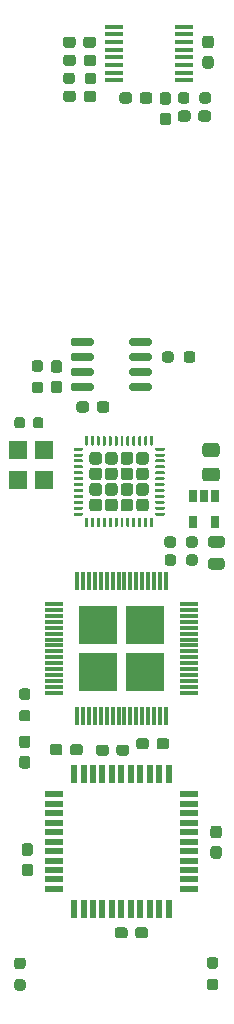
<source format=gtp>
G04 #@! TF.GenerationSoftware,KiCad,Pcbnew,(5.1.12)-1*
G04 #@! TF.CreationDate,2022-05-19T15:12:52-07:00*
G04 #@! TF.ProjectId,vera-module-rev4,76657261-2d6d-46f6-9475-6c652d726576,rev?*
G04 #@! TF.SameCoordinates,Original*
G04 #@! TF.FileFunction,Paste,Top*
G04 #@! TF.FilePolarity,Positive*
%FSLAX46Y46*%
G04 Gerber Fmt 4.6, Leading zero omitted, Abs format (unit mm)*
G04 Created by KiCad (PCBNEW (5.1.12)-1) date 2022-05-19 15:12:52*
%MOMM*%
%LPD*%
G01*
G04 APERTURE LIST*
%ADD10R,1.500000X0.450000*%
%ADD11R,3.200000X3.200000*%
%ADD12R,1.500000X0.300000*%
%ADD13R,0.300000X1.500000*%
%ADD14R,0.550000X1.500000*%
%ADD15R,1.500000X0.550000*%
%ADD16R,1.500000X1.600000*%
%ADD17R,0.650000X1.060000*%
G04 APERTURE END LIST*
D10*
X139671000Y-77116100D03*
X139671000Y-76466100D03*
X139671000Y-75816100D03*
X139671000Y-75166100D03*
X139671000Y-74516100D03*
X139671000Y-73866100D03*
X139671000Y-73216100D03*
X139671000Y-72566100D03*
X145571000Y-72566100D03*
X145571000Y-73216100D03*
X145571000Y-73866100D03*
X145571000Y-74516100D03*
X145571000Y-75166100D03*
X145571000Y-75816100D03*
X145571000Y-76466100D03*
X145571000Y-77116100D03*
G36*
G01*
X137205900Y-77199500D02*
X137205900Y-76724500D01*
G75*
G02*
X137443400Y-76487000I237500J0D01*
G01*
X137943400Y-76487000D01*
G75*
G02*
X138180900Y-76724500I0J-237500D01*
G01*
X138180900Y-77199500D01*
G75*
G02*
X137943400Y-77437000I-237500J0D01*
G01*
X137443400Y-77437000D01*
G75*
G02*
X137205900Y-77199500I0J237500D01*
G01*
G37*
G36*
G01*
X135380900Y-77199500D02*
X135380900Y-76724500D01*
G75*
G02*
X135618400Y-76487000I237500J0D01*
G01*
X136118400Y-76487000D01*
G75*
G02*
X136355900Y-76724500I0J-237500D01*
G01*
X136355900Y-77199500D01*
G75*
G02*
X136118400Y-77437000I-237500J0D01*
G01*
X135618400Y-77437000D01*
G75*
G02*
X135380900Y-77199500I0J237500D01*
G01*
G37*
G36*
G01*
X146058700Y-78375500D02*
X146058700Y-78850500D01*
G75*
G02*
X145821200Y-79088000I-237500J0D01*
G01*
X145321200Y-79088000D01*
G75*
G02*
X145083700Y-78850500I0J237500D01*
G01*
X145083700Y-78375500D01*
G75*
G02*
X145321200Y-78138000I237500J0D01*
G01*
X145821200Y-78138000D01*
G75*
G02*
X146058700Y-78375500I0J-237500D01*
G01*
G37*
G36*
G01*
X147883700Y-78375500D02*
X147883700Y-78850500D01*
G75*
G02*
X147646200Y-79088000I-237500J0D01*
G01*
X147146200Y-79088000D01*
G75*
G02*
X146908700Y-78850500I0J237500D01*
G01*
X146908700Y-78375500D01*
G75*
G02*
X147146200Y-78138000I237500J0D01*
G01*
X147646200Y-78138000D01*
G75*
G02*
X147883700Y-78375500I0J-237500D01*
G01*
G37*
G36*
G01*
X147400000Y-75063400D02*
X147875000Y-75063400D01*
G75*
G02*
X148112500Y-75300900I0J-237500D01*
G01*
X148112500Y-75900900D01*
G75*
G02*
X147875000Y-76138400I-237500J0D01*
G01*
X147400000Y-76138400D01*
G75*
G02*
X147162500Y-75900900I0J237500D01*
G01*
X147162500Y-75300900D01*
G75*
G02*
X147400000Y-75063400I237500J0D01*
G01*
G37*
G36*
G01*
X147400000Y-73338400D02*
X147875000Y-73338400D01*
G75*
G02*
X148112500Y-73575900I0J-237500D01*
G01*
X148112500Y-74175900D01*
G75*
G02*
X147875000Y-74413400I-237500J0D01*
G01*
X147400000Y-74413400D01*
G75*
G02*
X147162500Y-74175900I0J237500D01*
G01*
X147162500Y-73575900D01*
G75*
G02*
X147400000Y-73338400I237500J0D01*
G01*
G37*
G36*
G01*
X136455100Y-75200500D02*
X136455100Y-75675500D01*
G75*
G02*
X136217600Y-75913000I-237500J0D01*
G01*
X135617600Y-75913000D01*
G75*
G02*
X135380100Y-75675500I0J237500D01*
G01*
X135380100Y-75200500D01*
G75*
G02*
X135617600Y-74963000I237500J0D01*
G01*
X136217600Y-74963000D01*
G75*
G02*
X136455100Y-75200500I0J-237500D01*
G01*
G37*
G36*
G01*
X138180100Y-75200500D02*
X138180100Y-75675500D01*
G75*
G02*
X137942600Y-75913000I-237500J0D01*
G01*
X137342600Y-75913000D01*
G75*
G02*
X137105100Y-75675500I0J237500D01*
G01*
X137105100Y-75200500D01*
G75*
G02*
X137342600Y-74963000I237500J0D01*
G01*
X137942600Y-74963000D01*
G75*
G02*
X138180100Y-75200500I0J-237500D01*
G01*
G37*
G36*
G01*
X143793200Y-79853500D02*
X144268200Y-79853500D01*
G75*
G02*
X144505700Y-80091000I0J-237500D01*
G01*
X144505700Y-80691000D01*
G75*
G02*
X144268200Y-80928500I-237500J0D01*
G01*
X143793200Y-80928500D01*
G75*
G02*
X143555700Y-80691000I0J237500D01*
G01*
X143555700Y-80091000D01*
G75*
G02*
X143793200Y-79853500I237500J0D01*
G01*
G37*
G36*
G01*
X143793200Y-78128500D02*
X144268200Y-78128500D01*
G75*
G02*
X144505700Y-78366000I0J-237500D01*
G01*
X144505700Y-78966000D01*
G75*
G02*
X144268200Y-79203500I-237500J0D01*
G01*
X143793200Y-79203500D01*
G75*
G02*
X143555700Y-78966000I0J237500D01*
G01*
X143555700Y-78366000D01*
G75*
G02*
X143793200Y-78128500I237500J0D01*
G01*
G37*
G36*
G01*
X136429700Y-73663800D02*
X136429700Y-74138800D01*
G75*
G02*
X136192200Y-74376300I-237500J0D01*
G01*
X135592200Y-74376300D01*
G75*
G02*
X135354700Y-74138800I0J237500D01*
G01*
X135354700Y-73663800D01*
G75*
G02*
X135592200Y-73426300I237500J0D01*
G01*
X136192200Y-73426300D01*
G75*
G02*
X136429700Y-73663800I0J-237500D01*
G01*
G37*
G36*
G01*
X138154700Y-73663800D02*
X138154700Y-74138800D01*
G75*
G02*
X137917200Y-74376300I-237500J0D01*
G01*
X137317200Y-74376300D01*
G75*
G02*
X137079700Y-74138800I0J237500D01*
G01*
X137079700Y-73663800D01*
G75*
G02*
X137317200Y-73426300I237500J0D01*
G01*
X137917200Y-73426300D01*
G75*
G02*
X138154700Y-73663800I0J-237500D01*
G01*
G37*
G36*
G01*
X137105100Y-78723500D02*
X137105100Y-78248500D01*
G75*
G02*
X137342600Y-78011000I237500J0D01*
G01*
X137942600Y-78011000D01*
G75*
G02*
X138180100Y-78248500I0J-237500D01*
G01*
X138180100Y-78723500D01*
G75*
G02*
X137942600Y-78961000I-237500J0D01*
G01*
X137342600Y-78961000D01*
G75*
G02*
X137105100Y-78723500I0J237500D01*
G01*
G37*
G36*
G01*
X135380100Y-78723500D02*
X135380100Y-78248500D01*
G75*
G02*
X135617600Y-78011000I237500J0D01*
G01*
X136217600Y-78011000D01*
G75*
G02*
X136455100Y-78248500I0J-237500D01*
G01*
X136455100Y-78723500D01*
G75*
G02*
X136217600Y-78961000I-237500J0D01*
G01*
X135617600Y-78961000D01*
G75*
G02*
X135380100Y-78723500I0J237500D01*
G01*
G37*
G36*
G01*
X141204900Y-78375500D02*
X141204900Y-78850500D01*
G75*
G02*
X140967400Y-79088000I-237500J0D01*
G01*
X140367400Y-79088000D01*
G75*
G02*
X140129900Y-78850500I0J237500D01*
G01*
X140129900Y-78375500D01*
G75*
G02*
X140367400Y-78138000I237500J0D01*
G01*
X140967400Y-78138000D01*
G75*
G02*
X141204900Y-78375500I0J-237500D01*
G01*
G37*
G36*
G01*
X142929900Y-78375500D02*
X142929900Y-78850500D01*
G75*
G02*
X142692400Y-79088000I-237500J0D01*
G01*
X142092400Y-79088000D01*
G75*
G02*
X141854900Y-78850500I0J237500D01*
G01*
X141854900Y-78375500D01*
G75*
G02*
X142092400Y-78138000I237500J0D01*
G01*
X142692400Y-78138000D01*
G75*
G02*
X142929900Y-78375500I0J-237500D01*
G01*
G37*
G36*
G01*
X146156800Y-79912200D02*
X146156800Y-80387200D01*
G75*
G02*
X145919300Y-80624700I-237500J0D01*
G01*
X145319300Y-80624700D01*
G75*
G02*
X145081800Y-80387200I0J237500D01*
G01*
X145081800Y-79912200D01*
G75*
G02*
X145319300Y-79674700I237500J0D01*
G01*
X145919300Y-79674700D01*
G75*
G02*
X146156800Y-79912200I0J-237500D01*
G01*
G37*
G36*
G01*
X147881800Y-79912200D02*
X147881800Y-80387200D01*
G75*
G02*
X147644300Y-80624700I-237500J0D01*
G01*
X147044300Y-80624700D01*
G75*
G02*
X146806800Y-80387200I0J237500D01*
G01*
X146806800Y-79912200D01*
G75*
G02*
X147044300Y-79674700I237500J0D01*
G01*
X147644300Y-79674700D01*
G75*
G02*
X147881800Y-79912200I0J-237500D01*
G01*
G37*
G36*
G01*
X133435100Y-101795400D02*
X132960100Y-101795400D01*
G75*
G02*
X132722600Y-101557900I0J237500D01*
G01*
X132722600Y-101057900D01*
G75*
G02*
X132960100Y-100820400I237500J0D01*
G01*
X133435100Y-100820400D01*
G75*
G02*
X133672600Y-101057900I0J-237500D01*
G01*
X133672600Y-101557900D01*
G75*
G02*
X133435100Y-101795400I-237500J0D01*
G01*
G37*
G36*
G01*
X133435100Y-103620400D02*
X132960100Y-103620400D01*
G75*
G02*
X132722600Y-103382900I0J237500D01*
G01*
X132722600Y-102882900D01*
G75*
G02*
X132960100Y-102645400I237500J0D01*
G01*
X133435100Y-102645400D01*
G75*
G02*
X133672600Y-102882900I0J-237500D01*
G01*
X133672600Y-103382900D01*
G75*
G02*
X133435100Y-103620400I-237500J0D01*
G01*
G37*
G36*
G01*
X144734100Y-100308400D02*
X144734100Y-100783400D01*
G75*
G02*
X144496600Y-101020900I-237500J0D01*
G01*
X143996600Y-101020900D01*
G75*
G02*
X143759100Y-100783400I0J237500D01*
G01*
X143759100Y-100308400D01*
G75*
G02*
X143996600Y-100070900I237500J0D01*
G01*
X144496600Y-100070900D01*
G75*
G02*
X144734100Y-100308400I0J-237500D01*
G01*
G37*
G36*
G01*
X146559100Y-100308400D02*
X146559100Y-100783400D01*
G75*
G02*
X146321600Y-101020900I-237500J0D01*
G01*
X145821600Y-101020900D01*
G75*
G02*
X145584100Y-100783400I0J237500D01*
G01*
X145584100Y-100308400D01*
G75*
G02*
X145821600Y-100070900I237500J0D01*
G01*
X146321600Y-100070900D01*
G75*
G02*
X146559100Y-100308400I0J-237500D01*
G01*
G37*
G36*
G01*
X135048000Y-101898400D02*
X134573000Y-101898400D01*
G75*
G02*
X134335500Y-101660900I0J237500D01*
G01*
X134335500Y-101060900D01*
G75*
G02*
X134573000Y-100823400I237500J0D01*
G01*
X135048000Y-100823400D01*
G75*
G02*
X135285500Y-101060900I0J-237500D01*
G01*
X135285500Y-101660900D01*
G75*
G02*
X135048000Y-101898400I-237500J0D01*
G01*
G37*
G36*
G01*
X135048000Y-103623400D02*
X134573000Y-103623400D01*
G75*
G02*
X134335500Y-103385900I0J237500D01*
G01*
X134335500Y-102785900D01*
G75*
G02*
X134573000Y-102548400I237500J0D01*
G01*
X135048000Y-102548400D01*
G75*
G02*
X135285500Y-102785900I0J-237500D01*
G01*
X135285500Y-103385900D01*
G75*
G02*
X135048000Y-103623400I-237500J0D01*
G01*
G37*
G36*
G01*
X137571600Y-104537500D02*
X137571600Y-105012500D01*
G75*
G02*
X137334100Y-105250000I-237500J0D01*
G01*
X136734100Y-105250000D01*
G75*
G02*
X136496600Y-105012500I0J237500D01*
G01*
X136496600Y-104537500D01*
G75*
G02*
X136734100Y-104300000I237500J0D01*
G01*
X137334100Y-104300000D01*
G75*
G02*
X137571600Y-104537500I0J-237500D01*
G01*
G37*
G36*
G01*
X139296600Y-104537500D02*
X139296600Y-105012500D01*
G75*
G02*
X139059100Y-105250000I-237500J0D01*
G01*
X138459100Y-105250000D01*
G75*
G02*
X138221600Y-105012500I0J237500D01*
G01*
X138221600Y-104537500D01*
G75*
G02*
X138459100Y-104300000I237500J0D01*
G01*
X139059100Y-104300000D01*
G75*
G02*
X139296600Y-104537500I0J-237500D01*
G01*
G37*
G36*
G01*
X148366500Y-109011300D02*
X147416500Y-109011300D01*
G75*
G02*
X147166500Y-108761300I0J250000D01*
G01*
X147166500Y-108086300D01*
G75*
G02*
X147416500Y-107836300I250000J0D01*
G01*
X148366500Y-107836300D01*
G75*
G02*
X148616500Y-108086300I0J-250000D01*
G01*
X148616500Y-108761300D01*
G75*
G02*
X148366500Y-109011300I-250000J0D01*
G01*
G37*
G36*
G01*
X148366500Y-111086300D02*
X147416500Y-111086300D01*
G75*
G02*
X147166500Y-110836300I0J250000D01*
G01*
X147166500Y-110161300D01*
G75*
G02*
X147416500Y-109911300I250000J0D01*
G01*
X148366500Y-109911300D01*
G75*
G02*
X148616500Y-110161300I0J-250000D01*
G01*
X148616500Y-110836300D01*
G75*
G02*
X148366500Y-111086300I-250000J0D01*
G01*
G37*
G36*
G01*
X144941100Y-117504200D02*
X144941100Y-117979200D01*
G75*
G02*
X144703600Y-118216700I-237500J0D01*
G01*
X144203600Y-118216700D01*
G75*
G02*
X143966100Y-117979200I0J237500D01*
G01*
X143966100Y-117504200D01*
G75*
G02*
X144203600Y-117266700I237500J0D01*
G01*
X144703600Y-117266700D01*
G75*
G02*
X144941100Y-117504200I0J-237500D01*
G01*
G37*
G36*
G01*
X146766100Y-117504200D02*
X146766100Y-117979200D01*
G75*
G02*
X146528600Y-118216700I-237500J0D01*
G01*
X146028600Y-118216700D01*
G75*
G02*
X145791100Y-117979200I0J237500D01*
G01*
X145791100Y-117504200D01*
G75*
G02*
X146028600Y-117266700I237500J0D01*
G01*
X146528600Y-117266700D01*
G75*
G02*
X146766100Y-117504200I0J-237500D01*
G01*
G37*
G36*
G01*
X144928400Y-115980200D02*
X144928400Y-116455200D01*
G75*
G02*
X144690900Y-116692700I-237500J0D01*
G01*
X144190900Y-116692700D01*
G75*
G02*
X143953400Y-116455200I0J237500D01*
G01*
X143953400Y-115980200D01*
G75*
G02*
X144190900Y-115742700I237500J0D01*
G01*
X144690900Y-115742700D01*
G75*
G02*
X144928400Y-115980200I0J-237500D01*
G01*
G37*
G36*
G01*
X146753400Y-115980200D02*
X146753400Y-116455200D01*
G75*
G02*
X146515900Y-116692700I-237500J0D01*
G01*
X146015900Y-116692700D01*
G75*
G02*
X145778400Y-116455200I0J237500D01*
G01*
X145778400Y-115980200D01*
G75*
G02*
X146015900Y-115742700I237500J0D01*
G01*
X146515900Y-115742700D01*
G75*
G02*
X146753400Y-115980200I0J-237500D01*
G01*
G37*
G36*
G01*
X132355600Y-129583000D02*
X131880600Y-129583000D01*
G75*
G02*
X131643100Y-129345500I0J237500D01*
G01*
X131643100Y-128845500D01*
G75*
G02*
X131880600Y-128608000I237500J0D01*
G01*
X132355600Y-128608000D01*
G75*
G02*
X132593100Y-128845500I0J-237500D01*
G01*
X132593100Y-129345500D01*
G75*
G02*
X132355600Y-129583000I-237500J0D01*
G01*
G37*
G36*
G01*
X132355600Y-131408000D02*
X131880600Y-131408000D01*
G75*
G02*
X131643100Y-131170500I0J237500D01*
G01*
X131643100Y-130670500D01*
G75*
G02*
X131880600Y-130433000I237500J0D01*
G01*
X132355600Y-130433000D01*
G75*
G02*
X132593100Y-130670500I0J-237500D01*
G01*
X132593100Y-131170500D01*
G75*
G02*
X132355600Y-131408000I-237500J0D01*
G01*
G37*
D11*
X142309600Y-127222000D03*
X142309600Y-123222000D03*
X138309600Y-123222000D03*
X138309600Y-127222000D03*
D12*
X134609600Y-128972000D03*
X134609600Y-128472000D03*
X134609600Y-127972000D03*
X134609600Y-127472000D03*
X134609600Y-126972000D03*
X134609600Y-126472000D03*
X134609600Y-125972000D03*
X134609600Y-125472000D03*
X134609600Y-124972000D03*
X134609600Y-124472000D03*
X134609600Y-123972000D03*
X134609600Y-123472000D03*
X134609600Y-122972000D03*
X134609600Y-122472000D03*
X134609600Y-121972000D03*
X134609600Y-121472000D03*
D13*
X136559600Y-119522000D03*
X137059600Y-119522000D03*
X137559600Y-119522000D03*
X138059600Y-119522000D03*
X138559600Y-119522000D03*
X139059600Y-119522000D03*
X139559600Y-119522000D03*
X140059600Y-119522000D03*
X140559600Y-119522000D03*
X141059600Y-119522000D03*
X141559600Y-119522000D03*
X142059600Y-119522000D03*
X142559600Y-119522000D03*
X143059600Y-119522000D03*
X143559600Y-119522000D03*
X144059600Y-119522000D03*
D12*
X146009600Y-121472000D03*
X146009600Y-121972000D03*
X146009600Y-122472000D03*
X146009600Y-122972000D03*
X146009600Y-123472000D03*
X146009600Y-123972000D03*
X146009600Y-124472000D03*
X146009600Y-124972000D03*
X146009600Y-125472000D03*
X146009600Y-125972000D03*
X146009600Y-126472000D03*
X146009600Y-126972000D03*
X146009600Y-127472000D03*
X146009600Y-127972000D03*
X146009600Y-128472000D03*
X146009600Y-128972000D03*
D13*
X144059600Y-130922000D03*
X143559600Y-130922000D03*
X143059600Y-130922000D03*
X142559600Y-130922000D03*
X142059600Y-130922000D03*
X141559600Y-130922000D03*
X141059600Y-130922000D03*
X140559600Y-130922000D03*
X140059600Y-130922000D03*
X139559600Y-130922000D03*
X139059600Y-130922000D03*
X138559600Y-130922000D03*
X138059600Y-130922000D03*
X137559600Y-130922000D03*
X137059600Y-130922000D03*
X136559600Y-130922000D03*
G36*
G01*
X148256000Y-152328700D02*
X147781000Y-152328700D01*
G75*
G02*
X147543500Y-152091200I0J237500D01*
G01*
X147543500Y-151591200D01*
G75*
G02*
X147781000Y-151353700I237500J0D01*
G01*
X148256000Y-151353700D01*
G75*
G02*
X148493500Y-151591200I0J-237500D01*
G01*
X148493500Y-152091200D01*
G75*
G02*
X148256000Y-152328700I-237500J0D01*
G01*
G37*
G36*
G01*
X148256000Y-154153700D02*
X147781000Y-154153700D01*
G75*
G02*
X147543500Y-153916200I0J237500D01*
G01*
X147543500Y-153416200D01*
G75*
G02*
X147781000Y-153178700I237500J0D01*
G01*
X148256000Y-153178700D01*
G75*
G02*
X148493500Y-153416200I0J-237500D01*
G01*
X148493500Y-153916200D01*
G75*
G02*
X148256000Y-154153700I-237500J0D01*
G01*
G37*
G36*
G01*
X131949200Y-152379500D02*
X131474200Y-152379500D01*
G75*
G02*
X131236700Y-152142000I0J237500D01*
G01*
X131236700Y-151642000D01*
G75*
G02*
X131474200Y-151404500I237500J0D01*
G01*
X131949200Y-151404500D01*
G75*
G02*
X132186700Y-151642000I0J-237500D01*
G01*
X132186700Y-152142000D01*
G75*
G02*
X131949200Y-152379500I-237500J0D01*
G01*
G37*
G36*
G01*
X131949200Y-154204500D02*
X131474200Y-154204500D01*
G75*
G02*
X131236700Y-153967000I0J237500D01*
G01*
X131236700Y-153467000D01*
G75*
G02*
X131474200Y-153229500I237500J0D01*
G01*
X131949200Y-153229500D01*
G75*
G02*
X132186700Y-153467000I0J-237500D01*
G01*
X132186700Y-153967000D01*
G75*
G02*
X131949200Y-154204500I-237500J0D01*
G01*
G37*
G36*
G01*
X148085800Y-141956500D02*
X148560800Y-141956500D01*
G75*
G02*
X148798300Y-142194000I0J-237500D01*
G01*
X148798300Y-142794000D01*
G75*
G02*
X148560800Y-143031500I-237500J0D01*
G01*
X148085800Y-143031500D01*
G75*
G02*
X147848300Y-142794000I0J237500D01*
G01*
X147848300Y-142194000D01*
G75*
G02*
X148085800Y-141956500I237500J0D01*
G01*
G37*
G36*
G01*
X148085800Y-140231500D02*
X148560800Y-140231500D01*
G75*
G02*
X148798300Y-140469000I0J-237500D01*
G01*
X148798300Y-141069000D01*
G75*
G02*
X148560800Y-141306500I-237500J0D01*
G01*
X148085800Y-141306500D01*
G75*
G02*
X147848300Y-141069000I0J237500D01*
G01*
X147848300Y-140469000D01*
G75*
G02*
X148085800Y-140231500I237500J0D01*
G01*
G37*
G36*
G01*
X139884200Y-134070100D02*
X139884200Y-133595100D01*
G75*
G02*
X140121700Y-133357600I237500J0D01*
G01*
X140721700Y-133357600D01*
G75*
G02*
X140959200Y-133595100I0J-237500D01*
G01*
X140959200Y-134070100D01*
G75*
G02*
X140721700Y-134307600I-237500J0D01*
G01*
X140121700Y-134307600D01*
G75*
G02*
X139884200Y-134070100I0J237500D01*
G01*
G37*
G36*
G01*
X138159200Y-134070100D02*
X138159200Y-133595100D01*
G75*
G02*
X138396700Y-133357600I237500J0D01*
G01*
X138996700Y-133357600D01*
G75*
G02*
X139234200Y-133595100I0J-237500D01*
G01*
X139234200Y-134070100D01*
G75*
G02*
X138996700Y-134307600I-237500J0D01*
G01*
X138396700Y-134307600D01*
G75*
G02*
X138159200Y-134070100I0J237500D01*
G01*
G37*
G36*
G01*
X132584200Y-142792400D02*
X132109200Y-142792400D01*
G75*
G02*
X131871700Y-142554900I0J237500D01*
G01*
X131871700Y-141954900D01*
G75*
G02*
X132109200Y-141717400I237500J0D01*
G01*
X132584200Y-141717400D01*
G75*
G02*
X132821700Y-141954900I0J-237500D01*
G01*
X132821700Y-142554900D01*
G75*
G02*
X132584200Y-142792400I-237500J0D01*
G01*
G37*
G36*
G01*
X132584200Y-144517400D02*
X132109200Y-144517400D01*
G75*
G02*
X131871700Y-144279900I0J237500D01*
G01*
X131871700Y-143679900D01*
G75*
G02*
X132109200Y-143442400I237500J0D01*
G01*
X132584200Y-143442400D01*
G75*
G02*
X132821700Y-143679900I0J-237500D01*
G01*
X132821700Y-144279900D01*
G75*
G02*
X132584200Y-144517400I-237500J0D01*
G01*
G37*
G36*
G01*
X141473900Y-149538700D02*
X141473900Y-149063700D01*
G75*
G02*
X141711400Y-148826200I237500J0D01*
G01*
X142311400Y-148826200D01*
G75*
G02*
X142548900Y-149063700I0J-237500D01*
G01*
X142548900Y-149538700D01*
G75*
G02*
X142311400Y-149776200I-237500J0D01*
G01*
X141711400Y-149776200D01*
G75*
G02*
X141473900Y-149538700I0J237500D01*
G01*
G37*
G36*
G01*
X139748900Y-149538700D02*
X139748900Y-149063700D01*
G75*
G02*
X139986400Y-148826200I237500J0D01*
G01*
X140586400Y-148826200D01*
G75*
G02*
X140823900Y-149063700I0J-237500D01*
G01*
X140823900Y-149538700D01*
G75*
G02*
X140586400Y-149776200I-237500J0D01*
G01*
X139986400Y-149776200D01*
G75*
G02*
X139748900Y-149538700I0J237500D01*
G01*
G37*
G36*
G01*
X143277300Y-133524000D02*
X143277300Y-133049000D01*
G75*
G02*
X143514800Y-132811500I237500J0D01*
G01*
X144114800Y-132811500D01*
G75*
G02*
X144352300Y-133049000I0J-237500D01*
G01*
X144352300Y-133524000D01*
G75*
G02*
X144114800Y-133761500I-237500J0D01*
G01*
X143514800Y-133761500D01*
G75*
G02*
X143277300Y-133524000I0J237500D01*
G01*
G37*
G36*
G01*
X141552300Y-133524000D02*
X141552300Y-133049000D01*
G75*
G02*
X141789800Y-132811500I237500J0D01*
G01*
X142389800Y-132811500D01*
G75*
G02*
X142627300Y-133049000I0J-237500D01*
G01*
X142627300Y-133524000D01*
G75*
G02*
X142389800Y-133761500I-237500J0D01*
G01*
X141789800Y-133761500D01*
G75*
G02*
X141552300Y-133524000I0J237500D01*
G01*
G37*
G36*
G01*
X135309900Y-133557000D02*
X135309900Y-134032000D01*
G75*
G02*
X135072400Y-134269500I-237500J0D01*
G01*
X134472400Y-134269500D01*
G75*
G02*
X134234900Y-134032000I0J237500D01*
G01*
X134234900Y-133557000D01*
G75*
G02*
X134472400Y-133319500I237500J0D01*
G01*
X135072400Y-133319500D01*
G75*
G02*
X135309900Y-133557000I0J-237500D01*
G01*
G37*
G36*
G01*
X137034900Y-133557000D02*
X137034900Y-134032000D01*
G75*
G02*
X136797400Y-134269500I-237500J0D01*
G01*
X136197400Y-134269500D01*
G75*
G02*
X135959900Y-134032000I0J237500D01*
G01*
X135959900Y-133557000D01*
G75*
G02*
X136197400Y-133319500I237500J0D01*
G01*
X136797400Y-133319500D01*
G75*
G02*
X137034900Y-133557000I0J-237500D01*
G01*
G37*
G36*
G01*
X131880600Y-134321600D02*
X132355600Y-134321600D01*
G75*
G02*
X132593100Y-134559100I0J-237500D01*
G01*
X132593100Y-135159100D01*
G75*
G02*
X132355600Y-135396600I-237500J0D01*
G01*
X131880600Y-135396600D01*
G75*
G02*
X131643100Y-135159100I0J237500D01*
G01*
X131643100Y-134559100D01*
G75*
G02*
X131880600Y-134321600I237500J0D01*
G01*
G37*
G36*
G01*
X131880600Y-132596600D02*
X132355600Y-132596600D01*
G75*
G02*
X132593100Y-132834100I0J-237500D01*
G01*
X132593100Y-133434100D01*
G75*
G02*
X132355600Y-133671600I-237500J0D01*
G01*
X131880600Y-133671600D01*
G75*
G02*
X131643100Y-133434100I0J237500D01*
G01*
X131643100Y-132834100D01*
G75*
G02*
X131880600Y-132596600I237500J0D01*
G01*
G37*
D14*
X136296900Y-135879600D03*
X137096900Y-135879600D03*
X137896900Y-135879600D03*
X138696900Y-135879600D03*
X139496900Y-135879600D03*
X140296900Y-135879600D03*
X141096900Y-135879600D03*
X141896900Y-135879600D03*
X142696900Y-135879600D03*
X143496900Y-135879600D03*
X144296900Y-135879600D03*
D15*
X145996900Y-137579600D03*
X145996900Y-138379600D03*
X145996900Y-139179600D03*
X145996900Y-139979600D03*
X145996900Y-140779600D03*
X145996900Y-141579600D03*
X145996900Y-142379600D03*
X145996900Y-143179600D03*
X145996900Y-143979600D03*
X145996900Y-144779600D03*
X145996900Y-145579600D03*
D14*
X144296900Y-147279600D03*
X143496900Y-147279600D03*
X142696900Y-147279600D03*
X141896900Y-147279600D03*
X141096900Y-147279600D03*
X140296900Y-147279600D03*
X139496900Y-147279600D03*
X138696900Y-147279600D03*
X137896900Y-147279600D03*
X137096900Y-147279600D03*
X136296900Y-147279600D03*
D15*
X134596900Y-145579600D03*
X134596900Y-144779600D03*
X134596900Y-143979600D03*
X134596900Y-143179600D03*
X134596900Y-142379600D03*
X134596900Y-141579600D03*
X134596900Y-140779600D03*
X134596900Y-139979600D03*
X134596900Y-139179600D03*
X134596900Y-138379600D03*
X134596900Y-137579600D03*
G36*
G01*
X132123600Y-105864950D02*
X132123600Y-106377450D01*
G75*
G02*
X131904850Y-106596200I-218750J0D01*
G01*
X131467350Y-106596200D01*
G75*
G02*
X131248600Y-106377450I0J218750D01*
G01*
X131248600Y-105864950D01*
G75*
G02*
X131467350Y-105646200I218750J0D01*
G01*
X131904850Y-105646200D01*
G75*
G02*
X132123600Y-105864950I0J-218750D01*
G01*
G37*
G36*
G01*
X133698600Y-105864950D02*
X133698600Y-106377450D01*
G75*
G02*
X133479850Y-106596200I-218750J0D01*
G01*
X133042350Y-106596200D01*
G75*
G02*
X132823600Y-106377450I0J218750D01*
G01*
X132823600Y-105864950D01*
G75*
G02*
X133042350Y-105646200I218750J0D01*
G01*
X133479850Y-105646200D01*
G75*
G02*
X133698600Y-105864950I0J-218750D01*
G01*
G37*
D16*
X133718300Y-108445300D03*
X133718300Y-110985300D03*
X131518300Y-110985300D03*
X131518300Y-108445300D03*
D17*
X148270000Y-114511000D03*
X146370000Y-114511000D03*
X146370000Y-112311000D03*
X147320000Y-112311000D03*
X148270000Y-112311000D03*
G36*
G01*
X137958700Y-102935900D02*
X137958700Y-103235900D01*
G75*
G02*
X137808700Y-103385900I-150000J0D01*
G01*
X136158700Y-103385900D01*
G75*
G02*
X136008700Y-103235900I0J150000D01*
G01*
X136008700Y-102935900D01*
G75*
G02*
X136158700Y-102785900I150000J0D01*
G01*
X137808700Y-102785900D01*
G75*
G02*
X137958700Y-102935900I0J-150000D01*
G01*
G37*
G36*
G01*
X137958700Y-101665900D02*
X137958700Y-101965900D01*
G75*
G02*
X137808700Y-102115900I-150000J0D01*
G01*
X136158700Y-102115900D01*
G75*
G02*
X136008700Y-101965900I0J150000D01*
G01*
X136008700Y-101665900D01*
G75*
G02*
X136158700Y-101515900I150000J0D01*
G01*
X137808700Y-101515900D01*
G75*
G02*
X137958700Y-101665900I0J-150000D01*
G01*
G37*
G36*
G01*
X137958700Y-100395900D02*
X137958700Y-100695900D01*
G75*
G02*
X137808700Y-100845900I-150000J0D01*
G01*
X136158700Y-100845900D01*
G75*
G02*
X136008700Y-100695900I0J150000D01*
G01*
X136008700Y-100395900D01*
G75*
G02*
X136158700Y-100245900I150000J0D01*
G01*
X137808700Y-100245900D01*
G75*
G02*
X137958700Y-100395900I0J-150000D01*
G01*
G37*
G36*
G01*
X137958700Y-99125900D02*
X137958700Y-99425900D01*
G75*
G02*
X137808700Y-99575900I-150000J0D01*
G01*
X136158700Y-99575900D01*
G75*
G02*
X136008700Y-99425900I0J150000D01*
G01*
X136008700Y-99125900D01*
G75*
G02*
X136158700Y-98975900I150000J0D01*
G01*
X137808700Y-98975900D01*
G75*
G02*
X137958700Y-99125900I0J-150000D01*
G01*
G37*
G36*
G01*
X142908700Y-99125900D02*
X142908700Y-99425900D01*
G75*
G02*
X142758700Y-99575900I-150000J0D01*
G01*
X141108700Y-99575900D01*
G75*
G02*
X140958700Y-99425900I0J150000D01*
G01*
X140958700Y-99125900D01*
G75*
G02*
X141108700Y-98975900I150000J0D01*
G01*
X142758700Y-98975900D01*
G75*
G02*
X142908700Y-99125900I0J-150000D01*
G01*
G37*
G36*
G01*
X142908700Y-100395900D02*
X142908700Y-100695900D01*
G75*
G02*
X142758700Y-100845900I-150000J0D01*
G01*
X141108700Y-100845900D01*
G75*
G02*
X140958700Y-100695900I0J150000D01*
G01*
X140958700Y-100395900D01*
G75*
G02*
X141108700Y-100245900I150000J0D01*
G01*
X142758700Y-100245900D01*
G75*
G02*
X142908700Y-100395900I0J-150000D01*
G01*
G37*
G36*
G01*
X142908700Y-101665900D02*
X142908700Y-101965900D01*
G75*
G02*
X142758700Y-102115900I-150000J0D01*
G01*
X141108700Y-102115900D01*
G75*
G02*
X140958700Y-101965900I0J150000D01*
G01*
X140958700Y-101665900D01*
G75*
G02*
X141108700Y-101515900I150000J0D01*
G01*
X142758700Y-101515900D01*
G75*
G02*
X142908700Y-101665900I0J-150000D01*
G01*
G37*
G36*
G01*
X142908700Y-102935900D02*
X142908700Y-103235900D01*
G75*
G02*
X142758700Y-103385900I-150000J0D01*
G01*
X141108700Y-103385900D01*
G75*
G02*
X140958700Y-103235900I0J150000D01*
G01*
X140958700Y-102935900D01*
G75*
G02*
X141108700Y-102785900I150000J0D01*
G01*
X142758700Y-102785900D01*
G75*
G02*
X142908700Y-102935900I0J-150000D01*
G01*
G37*
G36*
G01*
X136993900Y-113974600D02*
X136318900Y-113974600D01*
G75*
G02*
X136256400Y-113912100I0J62500D01*
G01*
X136256400Y-113787100D01*
G75*
G02*
X136318900Y-113724600I62500J0D01*
G01*
X136993900Y-113724600D01*
G75*
G02*
X137056400Y-113787100I0J-62500D01*
G01*
X137056400Y-113912100D01*
G75*
G02*
X136993900Y-113974600I-62500J0D01*
G01*
G37*
G36*
G01*
X136993900Y-113474600D02*
X136318900Y-113474600D01*
G75*
G02*
X136256400Y-113412100I0J62500D01*
G01*
X136256400Y-113287100D01*
G75*
G02*
X136318900Y-113224600I62500J0D01*
G01*
X136993900Y-113224600D01*
G75*
G02*
X137056400Y-113287100I0J-62500D01*
G01*
X137056400Y-113412100D01*
G75*
G02*
X136993900Y-113474600I-62500J0D01*
G01*
G37*
G36*
G01*
X136993900Y-112974600D02*
X136318900Y-112974600D01*
G75*
G02*
X136256400Y-112912100I0J62500D01*
G01*
X136256400Y-112787100D01*
G75*
G02*
X136318900Y-112724600I62500J0D01*
G01*
X136993900Y-112724600D01*
G75*
G02*
X137056400Y-112787100I0J-62500D01*
G01*
X137056400Y-112912100D01*
G75*
G02*
X136993900Y-112974600I-62500J0D01*
G01*
G37*
G36*
G01*
X136993900Y-112474600D02*
X136318900Y-112474600D01*
G75*
G02*
X136256400Y-112412100I0J62500D01*
G01*
X136256400Y-112287100D01*
G75*
G02*
X136318900Y-112224600I62500J0D01*
G01*
X136993900Y-112224600D01*
G75*
G02*
X137056400Y-112287100I0J-62500D01*
G01*
X137056400Y-112412100D01*
G75*
G02*
X136993900Y-112474600I-62500J0D01*
G01*
G37*
G36*
G01*
X136993900Y-111974600D02*
X136318900Y-111974600D01*
G75*
G02*
X136256400Y-111912100I0J62500D01*
G01*
X136256400Y-111787100D01*
G75*
G02*
X136318900Y-111724600I62500J0D01*
G01*
X136993900Y-111724600D01*
G75*
G02*
X137056400Y-111787100I0J-62500D01*
G01*
X137056400Y-111912100D01*
G75*
G02*
X136993900Y-111974600I-62500J0D01*
G01*
G37*
G36*
G01*
X136993900Y-111474600D02*
X136318900Y-111474600D01*
G75*
G02*
X136256400Y-111412100I0J62500D01*
G01*
X136256400Y-111287100D01*
G75*
G02*
X136318900Y-111224600I62500J0D01*
G01*
X136993900Y-111224600D01*
G75*
G02*
X137056400Y-111287100I0J-62500D01*
G01*
X137056400Y-111412100D01*
G75*
G02*
X136993900Y-111474600I-62500J0D01*
G01*
G37*
G36*
G01*
X136993900Y-110974600D02*
X136318900Y-110974600D01*
G75*
G02*
X136256400Y-110912100I0J62500D01*
G01*
X136256400Y-110787100D01*
G75*
G02*
X136318900Y-110724600I62500J0D01*
G01*
X136993900Y-110724600D01*
G75*
G02*
X137056400Y-110787100I0J-62500D01*
G01*
X137056400Y-110912100D01*
G75*
G02*
X136993900Y-110974600I-62500J0D01*
G01*
G37*
G36*
G01*
X136993900Y-110474600D02*
X136318900Y-110474600D01*
G75*
G02*
X136256400Y-110412100I0J62500D01*
G01*
X136256400Y-110287100D01*
G75*
G02*
X136318900Y-110224600I62500J0D01*
G01*
X136993900Y-110224600D01*
G75*
G02*
X137056400Y-110287100I0J-62500D01*
G01*
X137056400Y-110412100D01*
G75*
G02*
X136993900Y-110474600I-62500J0D01*
G01*
G37*
G36*
G01*
X136993900Y-109974600D02*
X136318900Y-109974600D01*
G75*
G02*
X136256400Y-109912100I0J62500D01*
G01*
X136256400Y-109787100D01*
G75*
G02*
X136318900Y-109724600I62500J0D01*
G01*
X136993900Y-109724600D01*
G75*
G02*
X137056400Y-109787100I0J-62500D01*
G01*
X137056400Y-109912100D01*
G75*
G02*
X136993900Y-109974600I-62500J0D01*
G01*
G37*
G36*
G01*
X136993900Y-109474600D02*
X136318900Y-109474600D01*
G75*
G02*
X136256400Y-109412100I0J62500D01*
G01*
X136256400Y-109287100D01*
G75*
G02*
X136318900Y-109224600I62500J0D01*
G01*
X136993900Y-109224600D01*
G75*
G02*
X137056400Y-109287100I0J-62500D01*
G01*
X137056400Y-109412100D01*
G75*
G02*
X136993900Y-109474600I-62500J0D01*
G01*
G37*
G36*
G01*
X136993900Y-108974600D02*
X136318900Y-108974600D01*
G75*
G02*
X136256400Y-108912100I0J62500D01*
G01*
X136256400Y-108787100D01*
G75*
G02*
X136318900Y-108724600I62500J0D01*
G01*
X136993900Y-108724600D01*
G75*
G02*
X137056400Y-108787100I0J-62500D01*
G01*
X137056400Y-108912100D01*
G75*
G02*
X136993900Y-108974600I-62500J0D01*
G01*
G37*
G36*
G01*
X136993900Y-108474600D02*
X136318900Y-108474600D01*
G75*
G02*
X136256400Y-108412100I0J62500D01*
G01*
X136256400Y-108287100D01*
G75*
G02*
X136318900Y-108224600I62500J0D01*
G01*
X136993900Y-108224600D01*
G75*
G02*
X137056400Y-108287100I0J-62500D01*
G01*
X137056400Y-108412100D01*
G75*
G02*
X136993900Y-108474600I-62500J0D01*
G01*
G37*
G36*
G01*
X137418900Y-108049600D02*
X137293900Y-108049600D01*
G75*
G02*
X137231400Y-107987100I0J62500D01*
G01*
X137231400Y-107312100D01*
G75*
G02*
X137293900Y-107249600I62500J0D01*
G01*
X137418900Y-107249600D01*
G75*
G02*
X137481400Y-107312100I0J-62500D01*
G01*
X137481400Y-107987100D01*
G75*
G02*
X137418900Y-108049600I-62500J0D01*
G01*
G37*
G36*
G01*
X137918900Y-108049600D02*
X137793900Y-108049600D01*
G75*
G02*
X137731400Y-107987100I0J62500D01*
G01*
X137731400Y-107312100D01*
G75*
G02*
X137793900Y-107249600I62500J0D01*
G01*
X137918900Y-107249600D01*
G75*
G02*
X137981400Y-107312100I0J-62500D01*
G01*
X137981400Y-107987100D01*
G75*
G02*
X137918900Y-108049600I-62500J0D01*
G01*
G37*
G36*
G01*
X138418900Y-108049600D02*
X138293900Y-108049600D01*
G75*
G02*
X138231400Y-107987100I0J62500D01*
G01*
X138231400Y-107312100D01*
G75*
G02*
X138293900Y-107249600I62500J0D01*
G01*
X138418900Y-107249600D01*
G75*
G02*
X138481400Y-107312100I0J-62500D01*
G01*
X138481400Y-107987100D01*
G75*
G02*
X138418900Y-108049600I-62500J0D01*
G01*
G37*
G36*
G01*
X138918900Y-108049600D02*
X138793900Y-108049600D01*
G75*
G02*
X138731400Y-107987100I0J62500D01*
G01*
X138731400Y-107312100D01*
G75*
G02*
X138793900Y-107249600I62500J0D01*
G01*
X138918900Y-107249600D01*
G75*
G02*
X138981400Y-107312100I0J-62500D01*
G01*
X138981400Y-107987100D01*
G75*
G02*
X138918900Y-108049600I-62500J0D01*
G01*
G37*
G36*
G01*
X139418900Y-108049600D02*
X139293900Y-108049600D01*
G75*
G02*
X139231400Y-107987100I0J62500D01*
G01*
X139231400Y-107312100D01*
G75*
G02*
X139293900Y-107249600I62500J0D01*
G01*
X139418900Y-107249600D01*
G75*
G02*
X139481400Y-107312100I0J-62500D01*
G01*
X139481400Y-107987100D01*
G75*
G02*
X139418900Y-108049600I-62500J0D01*
G01*
G37*
G36*
G01*
X139918900Y-108049600D02*
X139793900Y-108049600D01*
G75*
G02*
X139731400Y-107987100I0J62500D01*
G01*
X139731400Y-107312100D01*
G75*
G02*
X139793900Y-107249600I62500J0D01*
G01*
X139918900Y-107249600D01*
G75*
G02*
X139981400Y-107312100I0J-62500D01*
G01*
X139981400Y-107987100D01*
G75*
G02*
X139918900Y-108049600I-62500J0D01*
G01*
G37*
G36*
G01*
X140418900Y-108049600D02*
X140293900Y-108049600D01*
G75*
G02*
X140231400Y-107987100I0J62500D01*
G01*
X140231400Y-107312100D01*
G75*
G02*
X140293900Y-107249600I62500J0D01*
G01*
X140418900Y-107249600D01*
G75*
G02*
X140481400Y-107312100I0J-62500D01*
G01*
X140481400Y-107987100D01*
G75*
G02*
X140418900Y-108049600I-62500J0D01*
G01*
G37*
G36*
G01*
X140918900Y-108049600D02*
X140793900Y-108049600D01*
G75*
G02*
X140731400Y-107987100I0J62500D01*
G01*
X140731400Y-107312100D01*
G75*
G02*
X140793900Y-107249600I62500J0D01*
G01*
X140918900Y-107249600D01*
G75*
G02*
X140981400Y-107312100I0J-62500D01*
G01*
X140981400Y-107987100D01*
G75*
G02*
X140918900Y-108049600I-62500J0D01*
G01*
G37*
G36*
G01*
X141418900Y-108049600D02*
X141293900Y-108049600D01*
G75*
G02*
X141231400Y-107987100I0J62500D01*
G01*
X141231400Y-107312100D01*
G75*
G02*
X141293900Y-107249600I62500J0D01*
G01*
X141418900Y-107249600D01*
G75*
G02*
X141481400Y-107312100I0J-62500D01*
G01*
X141481400Y-107987100D01*
G75*
G02*
X141418900Y-108049600I-62500J0D01*
G01*
G37*
G36*
G01*
X141918900Y-108049600D02*
X141793900Y-108049600D01*
G75*
G02*
X141731400Y-107987100I0J62500D01*
G01*
X141731400Y-107312100D01*
G75*
G02*
X141793900Y-107249600I62500J0D01*
G01*
X141918900Y-107249600D01*
G75*
G02*
X141981400Y-107312100I0J-62500D01*
G01*
X141981400Y-107987100D01*
G75*
G02*
X141918900Y-108049600I-62500J0D01*
G01*
G37*
G36*
G01*
X142418900Y-108049600D02*
X142293900Y-108049600D01*
G75*
G02*
X142231400Y-107987100I0J62500D01*
G01*
X142231400Y-107312100D01*
G75*
G02*
X142293900Y-107249600I62500J0D01*
G01*
X142418900Y-107249600D01*
G75*
G02*
X142481400Y-107312100I0J-62500D01*
G01*
X142481400Y-107987100D01*
G75*
G02*
X142418900Y-108049600I-62500J0D01*
G01*
G37*
G36*
G01*
X142918900Y-108049600D02*
X142793900Y-108049600D01*
G75*
G02*
X142731400Y-107987100I0J62500D01*
G01*
X142731400Y-107312100D01*
G75*
G02*
X142793900Y-107249600I62500J0D01*
G01*
X142918900Y-107249600D01*
G75*
G02*
X142981400Y-107312100I0J-62500D01*
G01*
X142981400Y-107987100D01*
G75*
G02*
X142918900Y-108049600I-62500J0D01*
G01*
G37*
G36*
G01*
X143893900Y-108474600D02*
X143218900Y-108474600D01*
G75*
G02*
X143156400Y-108412100I0J62500D01*
G01*
X143156400Y-108287100D01*
G75*
G02*
X143218900Y-108224600I62500J0D01*
G01*
X143893900Y-108224600D01*
G75*
G02*
X143956400Y-108287100I0J-62500D01*
G01*
X143956400Y-108412100D01*
G75*
G02*
X143893900Y-108474600I-62500J0D01*
G01*
G37*
G36*
G01*
X143893900Y-108974600D02*
X143218900Y-108974600D01*
G75*
G02*
X143156400Y-108912100I0J62500D01*
G01*
X143156400Y-108787100D01*
G75*
G02*
X143218900Y-108724600I62500J0D01*
G01*
X143893900Y-108724600D01*
G75*
G02*
X143956400Y-108787100I0J-62500D01*
G01*
X143956400Y-108912100D01*
G75*
G02*
X143893900Y-108974600I-62500J0D01*
G01*
G37*
G36*
G01*
X143893900Y-109474600D02*
X143218900Y-109474600D01*
G75*
G02*
X143156400Y-109412100I0J62500D01*
G01*
X143156400Y-109287100D01*
G75*
G02*
X143218900Y-109224600I62500J0D01*
G01*
X143893900Y-109224600D01*
G75*
G02*
X143956400Y-109287100I0J-62500D01*
G01*
X143956400Y-109412100D01*
G75*
G02*
X143893900Y-109474600I-62500J0D01*
G01*
G37*
G36*
G01*
X143893900Y-109974600D02*
X143218900Y-109974600D01*
G75*
G02*
X143156400Y-109912100I0J62500D01*
G01*
X143156400Y-109787100D01*
G75*
G02*
X143218900Y-109724600I62500J0D01*
G01*
X143893900Y-109724600D01*
G75*
G02*
X143956400Y-109787100I0J-62500D01*
G01*
X143956400Y-109912100D01*
G75*
G02*
X143893900Y-109974600I-62500J0D01*
G01*
G37*
G36*
G01*
X143893900Y-110474600D02*
X143218900Y-110474600D01*
G75*
G02*
X143156400Y-110412100I0J62500D01*
G01*
X143156400Y-110287100D01*
G75*
G02*
X143218900Y-110224600I62500J0D01*
G01*
X143893900Y-110224600D01*
G75*
G02*
X143956400Y-110287100I0J-62500D01*
G01*
X143956400Y-110412100D01*
G75*
G02*
X143893900Y-110474600I-62500J0D01*
G01*
G37*
G36*
G01*
X143893900Y-110974600D02*
X143218900Y-110974600D01*
G75*
G02*
X143156400Y-110912100I0J62500D01*
G01*
X143156400Y-110787100D01*
G75*
G02*
X143218900Y-110724600I62500J0D01*
G01*
X143893900Y-110724600D01*
G75*
G02*
X143956400Y-110787100I0J-62500D01*
G01*
X143956400Y-110912100D01*
G75*
G02*
X143893900Y-110974600I-62500J0D01*
G01*
G37*
G36*
G01*
X143893900Y-111474600D02*
X143218900Y-111474600D01*
G75*
G02*
X143156400Y-111412100I0J62500D01*
G01*
X143156400Y-111287100D01*
G75*
G02*
X143218900Y-111224600I62500J0D01*
G01*
X143893900Y-111224600D01*
G75*
G02*
X143956400Y-111287100I0J-62500D01*
G01*
X143956400Y-111412100D01*
G75*
G02*
X143893900Y-111474600I-62500J0D01*
G01*
G37*
G36*
G01*
X143893900Y-111974600D02*
X143218900Y-111974600D01*
G75*
G02*
X143156400Y-111912100I0J62500D01*
G01*
X143156400Y-111787100D01*
G75*
G02*
X143218900Y-111724600I62500J0D01*
G01*
X143893900Y-111724600D01*
G75*
G02*
X143956400Y-111787100I0J-62500D01*
G01*
X143956400Y-111912100D01*
G75*
G02*
X143893900Y-111974600I-62500J0D01*
G01*
G37*
G36*
G01*
X143893900Y-112474600D02*
X143218900Y-112474600D01*
G75*
G02*
X143156400Y-112412100I0J62500D01*
G01*
X143156400Y-112287100D01*
G75*
G02*
X143218900Y-112224600I62500J0D01*
G01*
X143893900Y-112224600D01*
G75*
G02*
X143956400Y-112287100I0J-62500D01*
G01*
X143956400Y-112412100D01*
G75*
G02*
X143893900Y-112474600I-62500J0D01*
G01*
G37*
G36*
G01*
X143893900Y-112974600D02*
X143218900Y-112974600D01*
G75*
G02*
X143156400Y-112912100I0J62500D01*
G01*
X143156400Y-112787100D01*
G75*
G02*
X143218900Y-112724600I62500J0D01*
G01*
X143893900Y-112724600D01*
G75*
G02*
X143956400Y-112787100I0J-62500D01*
G01*
X143956400Y-112912100D01*
G75*
G02*
X143893900Y-112974600I-62500J0D01*
G01*
G37*
G36*
G01*
X143893900Y-113474600D02*
X143218900Y-113474600D01*
G75*
G02*
X143156400Y-113412100I0J62500D01*
G01*
X143156400Y-113287100D01*
G75*
G02*
X143218900Y-113224600I62500J0D01*
G01*
X143893900Y-113224600D01*
G75*
G02*
X143956400Y-113287100I0J-62500D01*
G01*
X143956400Y-113412100D01*
G75*
G02*
X143893900Y-113474600I-62500J0D01*
G01*
G37*
G36*
G01*
X143893900Y-113974600D02*
X143218900Y-113974600D01*
G75*
G02*
X143156400Y-113912100I0J62500D01*
G01*
X143156400Y-113787100D01*
G75*
G02*
X143218900Y-113724600I62500J0D01*
G01*
X143893900Y-113724600D01*
G75*
G02*
X143956400Y-113787100I0J-62500D01*
G01*
X143956400Y-113912100D01*
G75*
G02*
X143893900Y-113974600I-62500J0D01*
G01*
G37*
G36*
G01*
X142918900Y-114949600D02*
X142793900Y-114949600D01*
G75*
G02*
X142731400Y-114887100I0J62500D01*
G01*
X142731400Y-114212100D01*
G75*
G02*
X142793900Y-114149600I62500J0D01*
G01*
X142918900Y-114149600D01*
G75*
G02*
X142981400Y-114212100I0J-62500D01*
G01*
X142981400Y-114887100D01*
G75*
G02*
X142918900Y-114949600I-62500J0D01*
G01*
G37*
G36*
G01*
X142418900Y-114949600D02*
X142293900Y-114949600D01*
G75*
G02*
X142231400Y-114887100I0J62500D01*
G01*
X142231400Y-114212100D01*
G75*
G02*
X142293900Y-114149600I62500J0D01*
G01*
X142418900Y-114149600D01*
G75*
G02*
X142481400Y-114212100I0J-62500D01*
G01*
X142481400Y-114887100D01*
G75*
G02*
X142418900Y-114949600I-62500J0D01*
G01*
G37*
G36*
G01*
X141918900Y-114949600D02*
X141793900Y-114949600D01*
G75*
G02*
X141731400Y-114887100I0J62500D01*
G01*
X141731400Y-114212100D01*
G75*
G02*
X141793900Y-114149600I62500J0D01*
G01*
X141918900Y-114149600D01*
G75*
G02*
X141981400Y-114212100I0J-62500D01*
G01*
X141981400Y-114887100D01*
G75*
G02*
X141918900Y-114949600I-62500J0D01*
G01*
G37*
G36*
G01*
X141418900Y-114949600D02*
X141293900Y-114949600D01*
G75*
G02*
X141231400Y-114887100I0J62500D01*
G01*
X141231400Y-114212100D01*
G75*
G02*
X141293900Y-114149600I62500J0D01*
G01*
X141418900Y-114149600D01*
G75*
G02*
X141481400Y-114212100I0J-62500D01*
G01*
X141481400Y-114887100D01*
G75*
G02*
X141418900Y-114949600I-62500J0D01*
G01*
G37*
G36*
G01*
X140918900Y-114949600D02*
X140793900Y-114949600D01*
G75*
G02*
X140731400Y-114887100I0J62500D01*
G01*
X140731400Y-114212100D01*
G75*
G02*
X140793900Y-114149600I62500J0D01*
G01*
X140918900Y-114149600D01*
G75*
G02*
X140981400Y-114212100I0J-62500D01*
G01*
X140981400Y-114887100D01*
G75*
G02*
X140918900Y-114949600I-62500J0D01*
G01*
G37*
G36*
G01*
X140418900Y-114949600D02*
X140293900Y-114949600D01*
G75*
G02*
X140231400Y-114887100I0J62500D01*
G01*
X140231400Y-114212100D01*
G75*
G02*
X140293900Y-114149600I62500J0D01*
G01*
X140418900Y-114149600D01*
G75*
G02*
X140481400Y-114212100I0J-62500D01*
G01*
X140481400Y-114887100D01*
G75*
G02*
X140418900Y-114949600I-62500J0D01*
G01*
G37*
G36*
G01*
X139918900Y-114949600D02*
X139793900Y-114949600D01*
G75*
G02*
X139731400Y-114887100I0J62500D01*
G01*
X139731400Y-114212100D01*
G75*
G02*
X139793900Y-114149600I62500J0D01*
G01*
X139918900Y-114149600D01*
G75*
G02*
X139981400Y-114212100I0J-62500D01*
G01*
X139981400Y-114887100D01*
G75*
G02*
X139918900Y-114949600I-62500J0D01*
G01*
G37*
G36*
G01*
X139418900Y-114949600D02*
X139293900Y-114949600D01*
G75*
G02*
X139231400Y-114887100I0J62500D01*
G01*
X139231400Y-114212100D01*
G75*
G02*
X139293900Y-114149600I62500J0D01*
G01*
X139418900Y-114149600D01*
G75*
G02*
X139481400Y-114212100I0J-62500D01*
G01*
X139481400Y-114887100D01*
G75*
G02*
X139418900Y-114949600I-62500J0D01*
G01*
G37*
G36*
G01*
X138918900Y-114949600D02*
X138793900Y-114949600D01*
G75*
G02*
X138731400Y-114887100I0J62500D01*
G01*
X138731400Y-114212100D01*
G75*
G02*
X138793900Y-114149600I62500J0D01*
G01*
X138918900Y-114149600D01*
G75*
G02*
X138981400Y-114212100I0J-62500D01*
G01*
X138981400Y-114887100D01*
G75*
G02*
X138918900Y-114949600I-62500J0D01*
G01*
G37*
G36*
G01*
X138418900Y-114949600D02*
X138293900Y-114949600D01*
G75*
G02*
X138231400Y-114887100I0J62500D01*
G01*
X138231400Y-114212100D01*
G75*
G02*
X138293900Y-114149600I62500J0D01*
G01*
X138418900Y-114149600D01*
G75*
G02*
X138481400Y-114212100I0J-62500D01*
G01*
X138481400Y-114887100D01*
G75*
G02*
X138418900Y-114949600I-62500J0D01*
G01*
G37*
G36*
G01*
X137918900Y-114949600D02*
X137793900Y-114949600D01*
G75*
G02*
X137731400Y-114887100I0J62500D01*
G01*
X137731400Y-114212100D01*
G75*
G02*
X137793900Y-114149600I62500J0D01*
G01*
X137918900Y-114149600D01*
G75*
G02*
X137981400Y-114212100I0J-62500D01*
G01*
X137981400Y-114887100D01*
G75*
G02*
X137918900Y-114949600I-62500J0D01*
G01*
G37*
G36*
G01*
X137418900Y-114949600D02*
X137293900Y-114949600D01*
G75*
G02*
X137231400Y-114887100I0J62500D01*
G01*
X137231400Y-114212100D01*
G75*
G02*
X137293900Y-114149600I62500J0D01*
G01*
X137418900Y-114149600D01*
G75*
G02*
X137481400Y-114212100I0J-62500D01*
G01*
X137481400Y-114887100D01*
G75*
G02*
X137418900Y-114949600I-62500J0D01*
G01*
G37*
G36*
G01*
X142371400Y-109654600D02*
X141801400Y-109654600D01*
G75*
G02*
X141551400Y-109404600I0J250000D01*
G01*
X141551400Y-108834600D01*
G75*
G02*
X141801400Y-108584600I250000J0D01*
G01*
X142371400Y-108584600D01*
G75*
G02*
X142621400Y-108834600I0J-250000D01*
G01*
X142621400Y-109404600D01*
G75*
G02*
X142371400Y-109654600I-250000J0D01*
G01*
G37*
G36*
G01*
X141051400Y-109654600D02*
X140481400Y-109654600D01*
G75*
G02*
X140231400Y-109404600I0J250000D01*
G01*
X140231400Y-108834600D01*
G75*
G02*
X140481400Y-108584600I250000J0D01*
G01*
X141051400Y-108584600D01*
G75*
G02*
X141301400Y-108834600I0J-250000D01*
G01*
X141301400Y-109404600D01*
G75*
G02*
X141051400Y-109654600I-250000J0D01*
G01*
G37*
G36*
G01*
X139731400Y-109654600D02*
X139161400Y-109654600D01*
G75*
G02*
X138911400Y-109404600I0J250000D01*
G01*
X138911400Y-108834600D01*
G75*
G02*
X139161400Y-108584600I250000J0D01*
G01*
X139731400Y-108584600D01*
G75*
G02*
X139981400Y-108834600I0J-250000D01*
G01*
X139981400Y-109404600D01*
G75*
G02*
X139731400Y-109654600I-250000J0D01*
G01*
G37*
G36*
G01*
X138411400Y-109654600D02*
X137841400Y-109654600D01*
G75*
G02*
X137591400Y-109404600I0J250000D01*
G01*
X137591400Y-108834600D01*
G75*
G02*
X137841400Y-108584600I250000J0D01*
G01*
X138411400Y-108584600D01*
G75*
G02*
X138661400Y-108834600I0J-250000D01*
G01*
X138661400Y-109404600D01*
G75*
G02*
X138411400Y-109654600I-250000J0D01*
G01*
G37*
G36*
G01*
X142371400Y-110974600D02*
X141801400Y-110974600D01*
G75*
G02*
X141551400Y-110724600I0J250000D01*
G01*
X141551400Y-110154600D01*
G75*
G02*
X141801400Y-109904600I250000J0D01*
G01*
X142371400Y-109904600D01*
G75*
G02*
X142621400Y-110154600I0J-250000D01*
G01*
X142621400Y-110724600D01*
G75*
G02*
X142371400Y-110974600I-250000J0D01*
G01*
G37*
G36*
G01*
X141051400Y-110974600D02*
X140481400Y-110974600D01*
G75*
G02*
X140231400Y-110724600I0J250000D01*
G01*
X140231400Y-110154600D01*
G75*
G02*
X140481400Y-109904600I250000J0D01*
G01*
X141051400Y-109904600D01*
G75*
G02*
X141301400Y-110154600I0J-250000D01*
G01*
X141301400Y-110724600D01*
G75*
G02*
X141051400Y-110974600I-250000J0D01*
G01*
G37*
G36*
G01*
X139731400Y-110974600D02*
X139161400Y-110974600D01*
G75*
G02*
X138911400Y-110724600I0J250000D01*
G01*
X138911400Y-110154600D01*
G75*
G02*
X139161400Y-109904600I250000J0D01*
G01*
X139731400Y-109904600D01*
G75*
G02*
X139981400Y-110154600I0J-250000D01*
G01*
X139981400Y-110724600D01*
G75*
G02*
X139731400Y-110974600I-250000J0D01*
G01*
G37*
G36*
G01*
X138411400Y-110974600D02*
X137841400Y-110974600D01*
G75*
G02*
X137591400Y-110724600I0J250000D01*
G01*
X137591400Y-110154600D01*
G75*
G02*
X137841400Y-109904600I250000J0D01*
G01*
X138411400Y-109904600D01*
G75*
G02*
X138661400Y-110154600I0J-250000D01*
G01*
X138661400Y-110724600D01*
G75*
G02*
X138411400Y-110974600I-250000J0D01*
G01*
G37*
G36*
G01*
X142371400Y-112294600D02*
X141801400Y-112294600D01*
G75*
G02*
X141551400Y-112044600I0J250000D01*
G01*
X141551400Y-111474600D01*
G75*
G02*
X141801400Y-111224600I250000J0D01*
G01*
X142371400Y-111224600D01*
G75*
G02*
X142621400Y-111474600I0J-250000D01*
G01*
X142621400Y-112044600D01*
G75*
G02*
X142371400Y-112294600I-250000J0D01*
G01*
G37*
G36*
G01*
X141051400Y-112294600D02*
X140481400Y-112294600D01*
G75*
G02*
X140231400Y-112044600I0J250000D01*
G01*
X140231400Y-111474600D01*
G75*
G02*
X140481400Y-111224600I250000J0D01*
G01*
X141051400Y-111224600D01*
G75*
G02*
X141301400Y-111474600I0J-250000D01*
G01*
X141301400Y-112044600D01*
G75*
G02*
X141051400Y-112294600I-250000J0D01*
G01*
G37*
G36*
G01*
X139731400Y-112294600D02*
X139161400Y-112294600D01*
G75*
G02*
X138911400Y-112044600I0J250000D01*
G01*
X138911400Y-111474600D01*
G75*
G02*
X139161400Y-111224600I250000J0D01*
G01*
X139731400Y-111224600D01*
G75*
G02*
X139981400Y-111474600I0J-250000D01*
G01*
X139981400Y-112044600D01*
G75*
G02*
X139731400Y-112294600I-250000J0D01*
G01*
G37*
G36*
G01*
X138411400Y-112294600D02*
X137841400Y-112294600D01*
G75*
G02*
X137591400Y-112044600I0J250000D01*
G01*
X137591400Y-111474600D01*
G75*
G02*
X137841400Y-111224600I250000J0D01*
G01*
X138411400Y-111224600D01*
G75*
G02*
X138661400Y-111474600I0J-250000D01*
G01*
X138661400Y-112044600D01*
G75*
G02*
X138411400Y-112294600I-250000J0D01*
G01*
G37*
G36*
G01*
X142371400Y-113614600D02*
X141801400Y-113614600D01*
G75*
G02*
X141551400Y-113364600I0J250000D01*
G01*
X141551400Y-112794600D01*
G75*
G02*
X141801400Y-112544600I250000J0D01*
G01*
X142371400Y-112544600D01*
G75*
G02*
X142621400Y-112794600I0J-250000D01*
G01*
X142621400Y-113364600D01*
G75*
G02*
X142371400Y-113614600I-250000J0D01*
G01*
G37*
G36*
G01*
X141051400Y-113614600D02*
X140481400Y-113614600D01*
G75*
G02*
X140231400Y-113364600I0J250000D01*
G01*
X140231400Y-112794600D01*
G75*
G02*
X140481400Y-112544600I250000J0D01*
G01*
X141051400Y-112544600D01*
G75*
G02*
X141301400Y-112794600I0J-250000D01*
G01*
X141301400Y-113364600D01*
G75*
G02*
X141051400Y-113614600I-250000J0D01*
G01*
G37*
G36*
G01*
X139731400Y-113614600D02*
X139161400Y-113614600D01*
G75*
G02*
X138911400Y-113364600I0J250000D01*
G01*
X138911400Y-112794600D01*
G75*
G02*
X139161400Y-112544600I250000J0D01*
G01*
X139731400Y-112544600D01*
G75*
G02*
X139981400Y-112794600I0J-250000D01*
G01*
X139981400Y-113364600D01*
G75*
G02*
X139731400Y-113614600I-250000J0D01*
G01*
G37*
G36*
G01*
X138411400Y-113614600D02*
X137841400Y-113614600D01*
G75*
G02*
X137591400Y-113364600I0J250000D01*
G01*
X137591400Y-112794600D01*
G75*
G02*
X137841400Y-112544600I250000J0D01*
G01*
X138411400Y-112544600D01*
G75*
G02*
X138661400Y-112794600I0J-250000D01*
G01*
X138661400Y-113364600D01*
G75*
G02*
X138411400Y-113614600I-250000J0D01*
G01*
G37*
G36*
G01*
X147892450Y-117579800D02*
X148804950Y-117579800D01*
G75*
G02*
X149048700Y-117823550I0J-243750D01*
G01*
X149048700Y-118311050D01*
G75*
G02*
X148804950Y-118554800I-243750J0D01*
G01*
X147892450Y-118554800D01*
G75*
G02*
X147648700Y-118311050I0J243750D01*
G01*
X147648700Y-117823550D01*
G75*
G02*
X147892450Y-117579800I243750J0D01*
G01*
G37*
G36*
G01*
X147892450Y-115704800D02*
X148804950Y-115704800D01*
G75*
G02*
X149048700Y-115948550I0J-243750D01*
G01*
X149048700Y-116436050D01*
G75*
G02*
X148804950Y-116679800I-243750J0D01*
G01*
X147892450Y-116679800D01*
G75*
G02*
X147648700Y-116436050I0J243750D01*
G01*
X147648700Y-115948550D01*
G75*
G02*
X147892450Y-115704800I243750J0D01*
G01*
G37*
M02*

</source>
